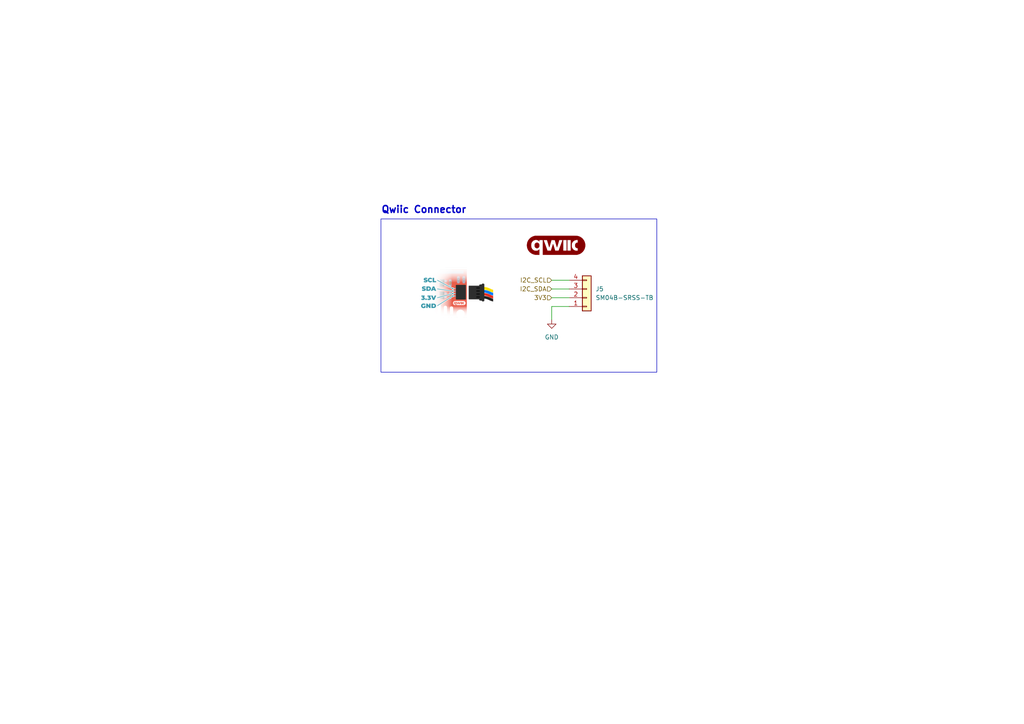
<source format=kicad_sch>
(kicad_sch (version 20250114) (generator "eeschema") (generator_version "9.0")
  (paper "A4")
  (title_block (title "${PROJECT_NAME}") (date "2024-12-01") (comment 1 "Designed by Gus Workman") (comment 4 "Qwiic connector. Add your custom I2C sensors here!"))
  (lib_symbols
    (symbol "Connector_Generic:Conn_01x04" (pin_names (offset 1.016) (hide yes))
      (property "Reference" "J" (at 0 5.08 0))
      (property "Value" "Conn_01x04" (at 0 -7.62 0))
      (symbol "Conn_01x04_1_1"
        (rectangle (start -1.27 3.81) (end 1.27 -6.35) (stroke (width 0.254)) (fill (type background)))
        (rectangle (start -1.27 2.667) (end 0 2.413) (stroke (width 0.1524)))
        (rectangle (start -1.27 0.127) (end 0 -0.127) (stroke (width 0.1524)))
        (rectangle (start -1.27 -2.413) (end 0 -2.667) (stroke (width 0.1524)))
        (rectangle (start -1.27 -4.953) (end 0 -5.207) (stroke (width 0.1524)))
        (pin passive line (at -5.08 2.54 0) (length 3.81) (name "Pin_1") (number "1"))
        (pin passive line (at -5.08 0 0) (length 3.81) (name "Pin_2") (number "2"))
        (pin passive line (at -5.08 -2.54 0) (length 3.81) (name "Pin_3") (number "3"))
        (pin passive line (at -5.08 -5.08 0) (length 3.81) (name "Pin_4") (number "4"))
      )
    )
    (symbol "Sparkfun-Qwiic:qwiic_Logo" (pin_names (offset 1.016)) (on_board no)
      (symbol "qwiic_Logo_0_0"
        (polyline (pts (xy -5.4327 -0.8446) (xy -5.2808 -0.8039) (xy -5.1544 -0.733) (xy -5.0492 -0.629) (xy -4.9612 -0.4891) (xy -4.9388 -0.4442) (xy -4.9077 -0.3735) (xy -4.8888 -0.3096) (xy -4.878 -0.2364) (xy -4.8713 -0.1381) (xy -4.8691 -0.0268) (xy -4.8861 0.154) (xy -4.9313 0.3092) (xy -5.006 0.4432) (xy -5.1118 0.5598) (xy -5.1427 0.5863) (xy -5.261 0.6623) (xy -5.3915 0.7052) (xy -5.544 0.7187) (xy -5.5765 0.7181) (xy -5.7259 0.6986) (xy -5.8545 0.6485) (xy -5.9707 0.5648) (xy -6.0239 0.5125) (xy -6.1186 0.3839) (xy -6.1815 0.2359) (xy -6.2139 0.0648) (xy -6.2171 -0.1327) (xy -6.208 -0.2303) (xy -6.1669 -0.4073) (xy -6.0959 -0.5571) (xy -5.9957 -0.6791) (xy -5.8667 -0.7722) (xy -5.7097 -0.8355) (xy -5.6837 -0.8418) (xy -5.5963 -0.8532) (xy -5.5114 -0.8538) (xy -5.4327 -0.8446)) (stroke (width 0.01)) (fill (type outline)))
        (polyline (pts (xy 1.114 -2.7667) (xy 6.0472 -2.7606) (xy 6.2463 -2.7148) (xy 6.337 -2.6928) (xy 6.6505 -2.5964) (xy 6.9363 -2.4737) (xy 7.1992 -2.3218) (xy 7.4443 -2.1381) (xy 7.6763 -1.9197) (xy 7.765 -1.8236) (xy 7.9726 -1.5605) (xy 8.1416 -1.2836) (xy 8.2724 -0.992) (xy 8.3654 -0.6847) (xy 8.4209 -0.3609) (xy 8.4393 -0.0196) (xy 8.4383 0.0655) (xy 8.4145 0.3752) (xy 8.3579 0.6676) (xy 8.2664 0.9511) (xy 8.138 1.234) (xy 8.0972 1.3103) (xy 7.9176 1.5925) (xy 7.7084 1.847) (xy 7.4711 2.0726) (xy 7.2073 2.2681) (xy 6.9187 2.4323) (xy 6.6067 2.5639) (xy 6.273 2.6617) (xy 6.2589 2.6648) (xy 6.2405 2.6684) (xy 6.2191 2.6716) (xy 6.1933 2.6747) (xy 6.1617 2.6775) (xy 6.1229 2.6801) (xy 6.0753 2.6825) (xy 6.0178 2.6847) (xy 5.9488 2.6867) (xy 5.8669 2.6886) (xy 5.7707 2.6902) (xy 5.6588 2.6917) (xy 5.5298 2.693) (xy 5.3823 2.6942) (xy 5.2149 2.6953) (xy 5.0261 2.6962) (xy 4.8146 2.697) (xy 4.579 2.6977) (xy 4.3178 2.6982) (xy 4.0296 2.6987) (xy 3.7131 2.6991) (xy 3.3667 2.6994) (xy 2.9892 2.6997) (xy 2.579 2.6999) (xy 2.1348 2.7) (xy 1.6552 2.7001) (xy 1.1388 2.7001) (xy 0.5841 2.7001) (xy -0.0102 2.7001) (xy -6.1292 2.7001) (xy -6.3505 2.644) (xy -6.4841 2.607) (xy -6.7964 2.4938) (xy -7.0847 2.3484) (xy -7.3523 2.1691) (xy -7.6022 1.9541) (xy -7.8228 1.7179) (xy -8.0199 1.4516) (xy -8.1801 1.1677) (xy -8.3036 0.8654) (xy -8.3907 0.5442) (xy -8.4419 0.2033) (xy -8.4512 -0.0999) (xy -8.4229 -0.4124) (xy -8.358 -0.7268) (xy -8.2573 -1.037) (xy -8.2016 -1.1697) (xy -8.0521 -1.4517) (xy -7.87 -1.7127) (xy -7.6584 -1.9504) (xy -7.4205 -2.1625) (xy -7.1593 -2.3467) (xy -6.878 -2.5006) (xy -6.5797 -2.6219) (xy -6.2674 -2.7084) (xy -5.9444 -2.7576) (xy -5.922 -2.759) (xy -5.8567 -2.7613) (xy -5.7613 -2.7635) (xy -5.6429 -2.7656) (xy -5.5083 -2.7673) (xy -5.3644 -2.7686) (xy -4.8664 -2.772) (xy -4.8664 -2.0042) (xy -4.8664 -1.2363) (xy -4.988 -1.3553) (xy -5.0139 -1.3798) (xy -5.1784 -1.503) (xy -5.3644 -1.5917) (xy -5.5706 -1.6453) (xy -5.7956 -1.6632) (xy -6.0087 -1.6503) (xy -6.2442 -1.6015) (xy -6.468 -1.5153) (xy -6.6423 -1.4122) (xy -6.8101 -1.2696) (xy -6.9545 -1.0983) (xy -7.0706 -0.9035) (xy -7.1159 -0.8066) (xy -7.1662 -0.6802) (xy -7.2032 -0.5549) (xy -7.2309 -0.4168) (xy -7.2531 -0.2517) (xy -7.2645 -0.0773) (xy -7.2559 0.1553) (xy -7.2228 0.3848) (xy -7.1667 0.6002) (xy -7.0895 0.7905) (xy -6.9738 0.984) (xy -6.8224 1.164) (xy -6.645 1.3131) (xy -6.4435 1.4296) (xy -6.2198 1.512) (xy -6.2168 1.5128) (xy -6.0991 1.5354) (xy -5.9587 1.5479) (xy -5.8081 1.5506) (xy -5.6599 1.5435) (xy -5.5266 1.5269) (xy -5.4208 1.5009) (xy -5.3121 1.4578) (xy -5.1345 1.3582) (xy -4.9742 1.2256) (xy -4.8664 1.1205) (xy -4.8664 1.32) (xy -4.8664 1.5195) (xy -4.3428 1.5195) (xy -3.8192 1.5195) (xy -3.8192 1.5092) (xy -3.651 1.5092) (xy -3.1359 1.5147) (xy -3.0732 1.5153) (xy -2.9054 1.5158) (xy -2.7765 1.5144) (xy -2.6848 1.5109) (xy -2.6289 1.5054) (xy -2.607 1.4977) (xy -2.6049 1.4928) (xy -2.5923 1.4545) (xy -2.5697 1.3821) (xy -2.5383 1.2793) (xy -2.4992 1.1497) (xy -2.4535 0.9973) (xy -2.4024 0.8257) (xy -2.3469 0.6386) (xy -2.2883 0.4399) (xy -2.2626 0.353) (xy -2.2055 0.1609) (xy -2.152 -0.0169) (xy -2.1032 -0.1766) (xy -2.0604 -0.3147) (xy -2.0246 -0.4277) (xy -1.9968 -0.512) (xy -1.9783 -0.564) (xy -1.9702 -0.5801) (xy -1.9654 -0.5681) (xy -1.9499 -0.5201) (xy -1.9252 -0.4397) (xy -1.8924 -0.3308) (xy -1.8529 -0.1975) (xy -1.8079 -0.0439) (xy -1.7584 0.1259) (xy -1.7059 0.308) (xy -1.6754 0.4138) (xy -1.6217 0.6001) (xy -1.5705 0.7774) (xy -1.5233 0.9405) (xy -1.4815 1.0844) (xy -1.4467 1.2041) (xy -1.4202 1.2945) (xy -1.4037 1.3504) (xy -1.3525 1.5202) (xy -0.8571 1.5147) (xy -0.3617 1.5092) (xy -0.2632 1.1704) (xy -0.2457 1.1103) (xy -0.1592 0.8126) (xy -0.0832 0.5516) (xy -0.017 0.325) (xy 0.04 0.1304) (xy 0.0886 -0.0344) (xy 0.1296 -0.1717) (xy 0.1636 -0.2838) (xy 0.1915 -0.3731) (xy 0.2138 -0.4419) (xy 0.2315 -0.4925) (xy 0.2451 -0.5272) (xy 0.2555 -0.5482) (xy 0.2633 -0.558) (xy 0.2693 -0.5588) (xy 0.2742 -0.5529) (xy 0.2787 -0.5426) (xy 0.2801 -0.5389) (xy 0.2928 -0.4995) (xy 0.3157 -0.4255) (xy 0.3473 -0.3211) (xy 0.3867 -0.1902) (xy 0.4325 -0.0368) (xy 0.4835 0.1352) (xy 0.5386 0.3216) (xy 0.5966 0.5185) (xy 0.8908 1.5195) (xy 1.3899 1.5195) (xy 1.4919 1.5192) (xy 1.6201 1.518) (xy 1.7294 1.5159) (xy 1.8144 1.5132) (xy 1.8695 1.5099) (xy 1.8891 1.5062) (xy 1.8878 1.5017) (xy 1.8751 1.465) (xy 1.8498 1.3939) (xy 1.8129 1.2913) (xy 1.7656 1.1601) (xy 1.7087 1.0033) (xy 1.6435 0.8236) (xy 1.5709 0.6241) (xy 1.4919 0.4076) (xy 1.4078 0.1771) (xy 1.3194 -0.0646) (xy 0.7498 -1.6222) (xy 2.0329 -1.6222) (xy 2.0329 -0.0513) (xy 2.0329 1.5195) (xy 2.5462 1.5195) (xy 3.0595 1.5195) (xy 3.0595 -0.0513) (xy 3.0595 -1.6222) (xy 3.2649 -1.6222) (xy 3.2649 -0.0513) (xy 3.2649 1.5195) (xy 3.7782 1.5195) (xy 4.2916 1.5195) (xy 4.2916 -0.0513) (xy 4.2916 -0.0616) (xy 4.5072 -0.0616) (xy 4.51 0.109) (xy 4.5206 0.2597) (xy 4.5412 0.3904) (xy 4.5742 0.5118) (xy 4.6219 0.6344) (xy 4.6865 0.7688) (xy 4.7189 0.8272) (xy 4.8331 0.9884) (xy 4.9744 1.1395) (xy 5.1327 1.2705) (xy 5.2977 1.3713) (xy 5.3343 1.3892) (xy 5.5052 1.4608) (xy 5.6736 1.5089) (xy 5.8531 1.5366) (xy 6.0574 1.547) (xy 6.3141 1.5503) (xy 6.3197 1.1242) (xy 6.3252 0.6981) (xy 6.1657 0.6977) (xy 6.0758 0.6938) (xy 5.9577 0.6711) (xy 5.8554 0.6239) (xy 5.7556 0.5473) (xy 5.6613 0.4359) (xy 5.592 0.2991) (xy 5.5481 0.1445) (xy 5.53 -0.0204) (xy 5.5379 -0.188) (xy 5.572 -0.3512) (xy 5.6325 -0.5023) (xy 5.7197 -0.634) (xy 5.7811 -0.6969) (xy 5.8788 -0.7612) (xy 5.9969 -0.8003) (xy 6.1437 -0.8177) (xy 6.3252 -0.8264) (xy 6.3197 -1.2397) (xy 6.3141 -1.653) (xy 6.119 -1.6559) (xy 6.0236 -1.6559) (xy 5.821 -1.6423) (xy 5.6365 -1.6074) (xy 5.4566 -1.5482) (xy 5.2677 -1.4615) (xy 5.1266 -1.3784) (xy 4.9456 -1.2329) (xy 4.7938 -1.0591) (xy 4.6732 -0.8591) (xy 4.6423 -0.7948) (xy 4.5921 -0.6805) (xy 4.5558 -0.5768) (xy 4.5314 -0.4734) (xy 4.5165 -0.3599) (xy 4.5092 -0.2261) (xy 4.5072 -0.0616) (xy 4.2916 -0.0616) (xy 4.2916 -1.6222) (xy 3.7782 -1.6222) (xy 3.2649 -1.6222) (xy 3.0595 -1.6222) (xy 2.5462 -1.6222) (xy 2.0329 -1.6222) (xy 0.7498 -1.6222) (xy 0.2363 -1.6221) (xy -0.2772 -1.6221) (xy -0.5736 -0.6568) (xy -0.583 -0.626) (xy -0.6413 -0.4378) (xy -0.696 -0.2633) (xy -0.746 -0.106) (xy -0.7901 0.0304) (xy -0.8272 0.1421) (xy -0.8559 0.2255) (xy -0.8751 0.277) (xy -0.8836 0.2929) (xy -0.8838 0.2926) (xy -0.8932 0.2679) (xy -0.9134 0.208) (xy -0.9431 0.1169) (xy -0.9811 -0.0016) (xy -1.0262 -0.1436) (xy -1.0771 -0.3054) (xy -1.1326 -0.483) (xy -1.1916 -0.6725) (xy -1.4859 -1.6222) (xy -2.0006 -1.6218) (xy -2.5153 -1.6215) (xy -3.0831 -0.0561) (xy -3.651 1.5092) (xy -3.8192 1.5092) (xy -3.8192 -0.6267) (xy -3.8192 -2.7729) (xy 1.114 -2.7667)) (stroke (width 0.01)) (fill (type outline)))
      )
    )
    (symbol "power:GND" (power) (pin_numbers (hide yes)) (pin_names (offset 0) (hide yes))
      (property "Value" "GND" (at 0 -3.81 0))
      (symbol "GND_0_1"
        (polyline (pts (xy 0 0) (xy 0 -1.27) (xy 1.27 -1.27) (xy 0 -2.54) (xy -1.27 -1.27) (xy 0 -1.27)))
      )
      (symbol "GND_1_1"
        (pin power_in line (at 0 0 270) (length 0) (name "~") (number "1"))
      )
    )
  )
  (rectangle (start 110.49 63.5) (end 190.5 107.95))
  (text "Qwiic Connector" (at 110.49 60.96 0) (effects (font (size 2 2) (thickness 0.4) (bold yes)) (justify left)))
  (wire (pts (xy 160.02 83.82) (xy 165.1 83.82)))
  (wire (pts (xy 160.02 92.71) (xy 160.02 88.9)))
  (wire (pts (xy 160.02 88.9) (xy 165.1 88.9)))
  (wire (pts (xy 160.02 81.28) (xy 165.1 81.28)))
  (wire (pts (xy 160.02 86.36) (xy 165.1 86.36)))
  (image (at 132.08 85.09) (scale 0.103839))
  (hierarchical_label "3V3" (shape input) (at 160.02 86.36 180))
  (hierarchical_label "I2C_SCL" (shape input) (at 160.02 81.28 180))
  (hierarchical_label "I2C_SDA" (shape input) (at 160.02 83.82 180))
  (symbol (lib_id "Connector_Generic:Conn_01x04") (at 170.18 86.36 0) (mirror x) (unit 1)
    (property "Reference" "J5" (at 172.72 83.82 0) (effects (justify left)))
    (property "Value" "SM04B-SRSS-TB" (at 172.72 86.36 0) (effects (justify left)))
    (property "Footprint" "Connector_JST:JST_SH_SM04B-SRSS-TB_1x04-1MP_P1.00mm_Horizontal" (effects (hide yes)))
    (property "Description" "Generic connector, single row, 01x04, script generated (kicad-library-utils/schlib/autogen/connector/)" (effects (hide yes)))
    (property "MPN" "SM04B-SRSS-TB" (effects (hide yes)))
    (property "DigiKey" "455-SM04B-SRSS-TBCT-ND" (effects (hide yes)))
    (property "LCSC" "C160404" (effects (hide yes)))
  )
  (symbol (lib_id "Sparkfun-Qwiic:qwiic_Logo") (at 161.29 71.12 0) (unit 1) (in_bom no)
    (property "Reference" "G1" (effects (hide yes)))
    (property "Value" "qwiic_Logo" (effects (hide yes)))
    (property "Footprint" "Sparkfun-Qwiic:qwiic_5mm" (effects (hide yes)))
  )
  (symbol (lib_id "power:GND") (at 160.02 92.71 0) (unit 1)
    (property "Reference" "#PWR01" (effects (hide yes)))
    (property "Value" "GND" (at 160.02 97.79 0))
    (property "Description" "Power symbol creates a global label with name \"GND\" , ground" (effects (hide yes)))
  )
)
</source>
